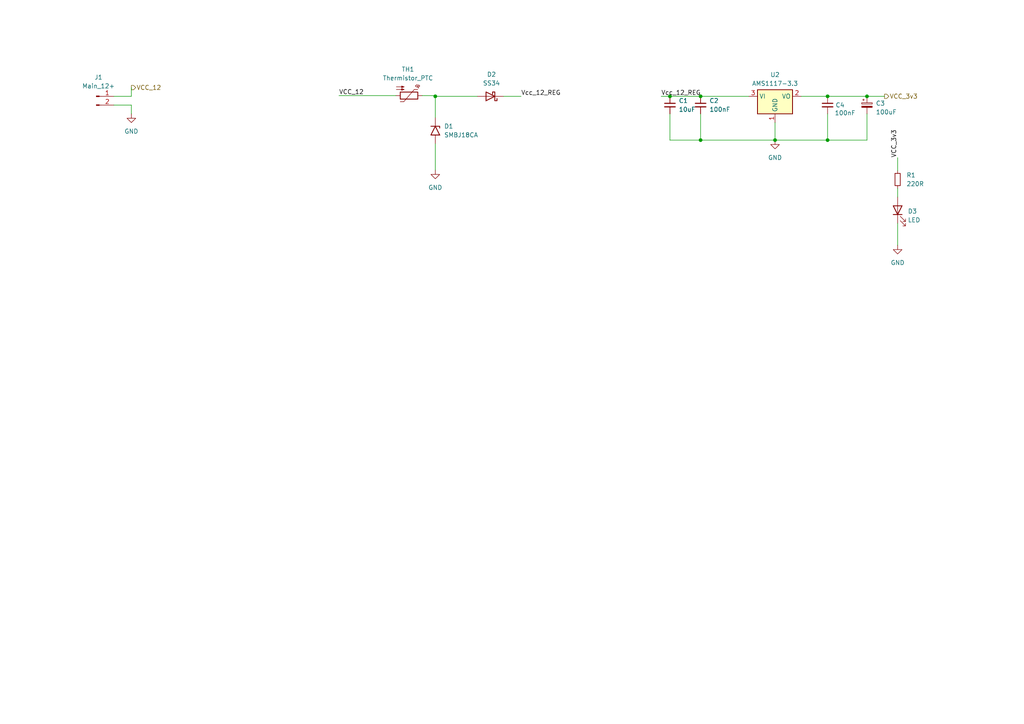
<source format=kicad_sch>
(kicad_sch (version 20231120) (generator "eeschema") (generator_version "8.0")
  (paper "A4")
  (title_block (title "Nur-Al-Nujoom") (date "2024-10-31") (rev "Rev 1.0"))
  (lib_symbols
    (symbol "Connector:Conn_01x02_Pin" (pin_names (offset 1.016) hide)
      (property "Reference" "J" (at 0 2.54 0))
      (property "Value" "Conn_01x02_Pin" (at 0 -5.08 0))
      (symbol "Conn_01x02_Pin_1_1"
        (polyline (pts (xy 1.27 -2.54) (xy 0.8636 -2.54)) (stroke (width 0.1524)))
        (polyline (pts (xy 1.27 0) (xy 0.8636 0)) (stroke (width 0.1524)))
        (rectangle (start 0.8636 -2.413) (end 0 -2.667) (stroke (width 0.1524)) (fill (type outline)))
        (rectangle (start 0.8636 0.127) (end 0 -0.127) (stroke (width 0.1524)) (fill (type outline)))
        (pin passive line (at 5.08 0 180) (length 3.81) (name "Pin_1") (number "1"))
        (pin passive line (at 5.08 -2.54 180) (length 3.81) (name "Pin_2") (number "2"))
      )
    )
    (symbol "Device:C_Polarized_Small" (pin_numbers hide) (pin_names (offset 0.254) hide)
      (property "Reference" "C" (at 0.254 1.778 0))
      (property "Value" "C_Polarized_Small" (at 0.254 -2.032 0))
      (symbol "C_Polarized_Small_0_1"
        (rectangle (start -1.524 -0.3048) (end 1.524 -0.6858) (fill (type outline)))
        (rectangle (start -1.524 0.6858) (end 1.524 0.3048))
        (polyline (pts (xy -1.27 1.524) (xy -0.762 1.524)))
        (polyline (pts (xy -1.016 1.27) (xy -1.016 1.778)))
      )
      (symbol "C_Polarized_Small_1_1"
        (pin passive line (at 0 2.54 270) (length 1.8542) (name "~") (number "1"))
        (pin passive line (at 0 -2.54 90) (length 1.8542) (name "~") (number "2"))
      )
    )
    (symbol "Device:C_Small" (pin_numbers hide) (pin_names (offset 0.254) hide)
      (property "Reference" "C" (at 0.254 1.778 0))
      (property "Value" "C_Small" (at 0.254 -2.032 0))
      (symbol "C_Small_0_1"
        (polyline (pts (xy -1.524 -0.508) (xy 1.524 -0.508)) (stroke (width 0.3302)))
        (polyline (pts (xy -1.524 0.508) (xy 1.524 0.508)) (stroke (width 0.3048)))
      )
      (symbol "C_Small_1_1"
        (pin passive line (at 0 2.54 270) (length 2.032) (name "~") (number "1"))
        (pin passive line (at 0 -2.54 90) (length 2.032) (name "~") (number "2"))
      )
    )
    (symbol "Device:LED" (pin_numbers hide) (pin_names (offset 1.016) hide)
      (property "Reference" "D" (at 0 2.54 0))
      (property "Value" "LED" (at 0 -2.54 0))
      (symbol "LED_0_1"
        (polyline (pts (xy -1.27 -1.27) (xy -1.27 1.27)) (stroke (width 0.254)))
        (polyline (pts (xy -1.27 0) (xy 1.27 0)))
        (polyline (pts (xy 1.27 -1.27) (xy 1.27 1.27) (xy -1.27 0) (xy 1.27 -1.27)) (stroke (width 0.254)))
        (polyline (pts (xy -3.048 -0.762) (xy -4.572 -2.286) (xy -3.81 -2.286) (xy -4.572 -2.286) (xy -4.572 -1.524)))
        (polyline (pts (xy -1.778 -0.762) (xy -3.302 -2.286) (xy -2.54 -2.286) (xy -3.302 -2.286) (xy -3.302 -1.524)))
      )
      (symbol "LED_1_1"
        (pin passive line (at -3.81 0 0) (length 2.54) (name "K") (number "1"))
        (pin passive line (at 3.81 0 180) (length 2.54) (name "A") (number "2"))
      )
    )
    (symbol "Device:R_Small" (pin_numbers hide) (pin_names (offset 0.254) hide)
      (property "Reference" "R" (at 0.762 0.508 0))
      (property "Value" "R_Small" (at 0.762 -1.016 0))
      (symbol "R_Small_0_1"
        (rectangle (start -0.762 1.778) (end 0.762 -1.778) (stroke (width 0.2032)))
      )
      (symbol "R_Small_1_1"
        (pin passive line (at 0 2.54 270) (length 0.762) (name "~") (number "1"))
        (pin passive line (at 0 -2.54 90) (length 0.762) (name "~") (number "2"))
      )
    )
    (symbol "Device:Thermistor_PTC" (pin_numbers hide) (pin_names (offset 0))
      (property "Reference" "TH" (at -4.064 0 90))
      (property "Value" "Thermistor_PTC" (at 3.048 0 90))
      (symbol "Thermistor_PTC_0_1"
        (arc (start -3.048 2.159) (mid -3.0495 2.3143) (end -3.175 2.413))
        (arc (start -3.048 2.159) (mid -2.9736 1.9794) (end -2.794 1.905))
        (arc (start -3.048 2.794) (mid -2.9736 2.6144) (end -2.794 2.54))
        (arc (start -2.794 1.905) (mid -2.6144 1.9794) (end -2.54 2.159))
        (arc (start -2.794 2.54) (mid -2.4393 2.5587) (end -2.159 2.794))
        (arc (start -2.794 3.048) (mid -2.9736 2.9736) (end -3.048 2.794))
        (arc (start -2.54 2.794) (mid -2.6144 2.9736) (end -2.794 3.048))
        (rectangle (start -1.016 2.54) (end 1.016 -2.54) (stroke (width 0.254)))
        (polyline (pts (xy -2.54 2.159) (xy -2.54 2.794)))
        (polyline (pts (xy -1.778 2.54) (xy -1.778 1.524) (xy 1.778 -1.524) (xy 1.778 -2.54)))
        (polyline (pts (xy -2.54 -3.683) (xy -2.54 -1.397) (xy -2.794 -2.159) (xy -2.286 -2.159) (xy -2.54 -1.397) (xy -2.54 -1.651)) (fill (type outline)))
        (polyline (pts (xy -1.778 -3.683) (xy -1.778 -1.397) (xy -2.032 -2.159) (xy -1.524 -2.159) (xy -1.778 -1.397) (xy -1.778 -1.651)) (fill (type outline)))
      )
      (symbol "Thermistor_PTC_1_1"
        (pin passive line (at 0 3.81 270) (length 1.27) (name "~") (number "1"))
        (pin passive line (at 0 -3.81 90) (length 1.27) (name "~") (number "2"))
      )
    )
    (symbol "Diode:SM6T18A" (pin_numbers hide) (pin_names (offset 1.016) hide)
      (property "Reference" "D" (at 0 2.54 0))
      (property "Value" "SM6T18A" (at 0 -2.54 0))
      (symbol "SM6T18A_0_1"
        (polyline (pts (xy -0.762 1.27) (xy -1.27 1.27) (xy -1.27 -1.27)) (stroke (width 0.254)))
        (polyline (pts (xy 1.27 1.27) (xy 1.27 -1.27) (xy -1.27 0) (xy 1.27 1.27)) (stroke (width 0.254)))
      )
      (symbol "SM6T18A_1_1"
        (pin passive line (at -3.81 0 0) (length 2.54) (name "A1") (number "1"))
        (pin passive line (at 3.81 0 180) (length 2.54) (name "A2") (number "2"))
      )
    )
    (symbol "Diode:SS34" (pin_numbers hide) (pin_names (offset 1.016) hide)
      (property "Reference" "D" (at 0 2.54 0))
      (property "Value" "SS34" (at 0 -2.54 0))
      (symbol "SS34_0_1"
        (polyline (pts (xy 1.27 0) (xy -1.27 0)))
        (polyline (pts (xy 1.27 1.27) (xy 1.27 -1.27) (xy -1.27 0) (xy 1.27 1.27)) (stroke (width 0.254)))
        (polyline (pts (xy -1.905 0.635) (xy -1.905 1.27) (xy -1.27 1.27) (xy -1.27 -1.27) (xy -0.635 -1.27) (xy -0.635 -0.635)) (stroke (width 0.254)))
      )
      (symbol "SS34_1_1"
        (pin passive line (at -3.81 0 0) (length 2.54) (name "K") (number "1"))
        (pin passive line (at 3.81 0 180) (length 2.54) (name "A") (number "2"))
      )
    )
    (symbol "Regulator_Linear:AMS1117-3.3"
      (property "Reference" "U" (at -3.81 3.175 0))
      (property "Value" "AMS1117-3.3" (at 0 3.175 0))
      (symbol "AMS1117-3.3_0_1"
        (rectangle (start -5.08 -5.08) (end 5.08 1.905) (stroke (width 0.254)) (fill (type background)))
      )
      (symbol "AMS1117-3.3_1_1"
        (pin power_in line (at 0 -7.62 90) (length 2.54) (name "GND") (number "1"))
        (pin power_out line (at 7.62 0 180) (length 2.54) (name "VO") (number "2"))
        (pin power_in line (at -7.62 0 0) (length 2.54) (name "VI") (number "3"))
      )
    )
    (symbol "power:GND" (power) (pin_numbers hide) (pin_names (offset 0) hide)
      (property "Value" "GND" (at 0 -3.81 0))
      (symbol "GND_0_1"
        (polyline (pts (xy 0 0) (xy 0 -1.27) (xy 1.27 -1.27) (xy 0 -2.54) (xy -1.27 -1.27) (xy 0 -1.27)))
      )
      (symbol "GND_1_1"
        (pin power_in line (at 0 0 270) (length 0) (name "~") (number "1"))
      )
    )
  )
  (junction (at 251.46 27.94))
  (junction (at 224.79 40.64))
  (junction (at 194.31 27.94))
  (junction (at 126.2544 27.94))
  (junction (at 203.2 27.94))
  (junction (at 203.2 40.64))
  (junction (at 240.03 27.94))
  (junction (at 240.03 40.64))
  (wire (pts (xy 98.3144 27.7293) (xy 114.8244 27.7293)))
  (wire (pts (xy 146.05 27.94) (xy 151.13 27.94)))
  (wire (pts (xy 33.02 27.94) (xy 38.1 27.94)))
  (wire (pts (xy 224.79 35.56) (xy 224.79 40.64)))
  (wire (pts (xy 38.1 25.4) (xy 38.1 27.94)))
  (wire (pts (xy 126.2544 41.6993) (xy 126.2544 49.3193)))
  (wire (pts (xy 203.2 27.94) (xy 217.17 27.94)))
  (wire (pts (xy 194.31 33.02) (xy 194.31 40.64)))
  (wire (pts (xy 232.41 27.94) (xy 240.03 27.94)))
  (wire (pts (xy 191.77 27.94) (xy 194.31 27.94)))
  (wire (pts (xy 260.35 64.77) (xy 260.35 71.12)))
  (wire (pts (xy 203.2 33.02) (xy 203.2 40.64)))
  (wire (pts (xy 260.35 45.72) (xy 260.35 49.53)))
  (wire (pts (xy 240.03 40.64) (xy 224.79 40.64)))
  (wire (pts (xy 33.02 30.48) (xy 38.1 30.48)))
  (wire (pts (xy 38.1 30.48) (xy 38.1 33.02)))
  (wire (pts (xy 194.31 40.64) (xy 203.2 40.64)))
  (wire (pts (xy 251.46 27.94) (xy 256.54 27.94)))
  (wire (pts (xy 260.35 54.61) (xy 260.35 57.15)))
  (wire (pts (xy 251.46 40.64) (xy 240.03 40.64)))
  (wire (pts (xy 126.2544 27.94) (xy 126.2544 27.7293)))
  (wire (pts (xy 251.46 33.02) (xy 251.46 40.64)))
  (wire (pts (xy 194.31 27.94) (xy 203.2 27.94)))
  (wire (pts (xy 122.4444 27.7293) (xy 126.2544 27.7293)))
  (wire (pts (xy 240.03 27.94) (xy 251.46 27.94)))
  (wire (pts (xy 126.2544 27.94) (xy 126.2544 34.0793)))
  (wire (pts (xy 203.2 40.64) (xy 224.79 40.64)))
  (wire (pts (xy 126.2544 27.94) (xy 138.43 27.94)))
  (wire (pts (xy 240.03 33.02) (xy 240.03 40.64)))
  (label "VCC_3v3" (at 260.35 45.72 90))
  (label "Vcc_12_REG" (at 151.13 27.94 0))
  (label "VCC_12" (at 98.3144 27.7293 0))
  (label "Vcc_12_REG" (at 191.77 27.94 0))
  (hierarchical_label "VCC_12" (shape output) (at 38.1 25.4 0))
  (hierarchical_label "VCC_3v3" (shape output) (at 256.54 27.94 0))
  (symbol (lib_id "Device:R_Small") (at 260.35 52.07 0) (unit 1)
    (property "Reference" "R1" (at 262.89 50.7999 0) (effects (justify left)))
    (property "Value" "220R" (at 262.89 53.3399 0) (effects (justify left)))
    (property "Description" "Resistor, small symbol" (effects (hide yes)))
  )
  (symbol (lib_id "Device:C_Small") (at 203.2 30.48 0) (unit 1)
    (property "Reference" "C2" (at 205.74 29.2162 0) (effects (justify left)))
    (property "Value" "100nF" (at 205.74 31.7562 0) (effects (justify left)))
    (property "Description" "Unpolarized capacitor, small symbol" (effects (hide yes)))
  )
  (symbol (lib_id "Connector:Conn_01x02_Pin") (at 27.94 27.94 0) (unit 1)
    (property "Reference" "J1" (at 28.575 22.4262 0))
    (property "Value" "Main_12+" (at 28.575 24.9662 0))
    (property "Description" "Generic connector, single row, 01x02, script generated" (effects (hide yes)))
  )
  (symbol (lib_id "Device:C_Small") (at 194.31 30.48 0) (unit 1)
    (property "Reference" "C1" (at 196.85 29.2162 0) (effects (justify left)))
    (property "Value" "10uF" (at 196.85 31.7562 0) (effects (justify left)))
    (property "Description" "Unpolarized capacitor, small symbol" (effects (hide yes)))
  )
  (symbol (lib_id "Device:C_Polarized_Small") (at 251.46 30.48 0) (unit 1)
    (property "Reference" "C3" (at 254 29.972 0) (effects (justify left)))
    (property "Value" "100uF" (at 254 32.512 0) (effects (justify left)))
    (property "Description" "Polarized capacitor, small symbol" (effects (hide yes)))
  )
  (symbol (lib_id "power:GND") (at 38.1 33.02 0) (unit 1)
    (property "Reference" "#PWR01" (effects (hide yes)))
    (property "Value" "GND" (at 38.1 38.1 0))
    (property "Description" "Power symbol creates a global label with name \"GND\" , ground" (effects (hide yes)))
  )
  (symbol (lib_id "power:GND") (at 260.35 71.12 0) (unit 1)
    (property "Reference" "#PWR04" (effects (hide yes)))
    (property "Value" "GND" (at 260.35 76.2 0))
    (property "Description" "Power symbol creates a global label with name \"GND\" , ground" (effects (hide yes)))
  )
  (symbol (lib_id "Regulator_Linear:AMS1117-3.3") (at 224.79 27.94 0) (unit 1)
    (property "Reference" "U2" (at 224.79 21.6796 0))
    (property "Value" "AMS1117-3.3" (at 224.79 24.2196 0))
    (property "Footprint" "Package_TO_SOT_SMD:SOT-223-3_TabPin2" (effects (hide yes)))
    (property "Datasheet" "http://www.advanced-monolithic.com/pdf/ds1117.pdf" (effects (hide yes)))
    (property "Description" "1A Low Dropout regulator, positive, 3.3V fixed output, SOT-223" (effects (hide yes)))
  )
  (symbol (lib_id "Device:C_Small") (at 240.03 30.48 0) (unit 1)
    (property "Reference" "C4" (at 242.316 30.48 0) (effects (justify left)))
    (property "Value" "100nF" (at 242.062 32.766 0) (effects (justify left)))
    (property "Description" "Unpolarized capacitor, small symbol" (effects (hide yes)))
  )
  (symbol (lib_id "power:GND") (at 126.2544 49.3193 0) (unit 1)
    (property "Reference" "#PWR02" (effects (hide yes)))
    (property "Value" "GND" (at 126.2544 54.3993 0))
    (property "Description" "Power symbol creates a global label with name \"GND\" , ground" (effects (hide yes)))
  )
  (symbol (lib_id "Diode:SS34") (at 142.24 27.94 180) (unit 1)
    (property "Reference" "D2" (at 142.5575 21.59 0))
    (property "Value" "SS34" (at 142.5575 24.13 0))
    (property "Footprint" "Diode_SMD:D_SMA" (effects (hide yes)))
    (property "Datasheet" "https://www.vishay.com/docs/88751/ss32.pdf" (effects (hide yes)))
    (property "Description" "40V 3A Schottky Diode, SMA" (effects (hide yes)))
  )
  (symbol (lib_id "Device:Thermistor_PTC") (at 118.6344 27.7293 270) (unit 1)
    (property "Reference" "TH1" (at 118.3169 20.1093 90))
    (property "Value" "Thermistor_PTC" (at 118.3169 22.6493 90))
    (property "Description" "Temperature dependent resistor, positive temperature coefficient" (effects (hide yes)))
  )
  (symbol (lib_id "Device:LED") (at 260.35 60.96 90) (unit 1)
    (property "Reference" "D3" (at 263.2849 61.2774 90) (effects (justify right)))
    (property "Value" "LED" (at 263.2849 63.8174 90) (effects (justify right)))
    (property "Description" "Light emitting diode" (effects (hide yes)))
  )
  (symbol (lib_id "Diode:SM6T18A") (at 126.2544 37.8893 270) (unit 1)
    (property "Reference" "D1" (at 128.7944 36.6192 90) (effects (justify left)))
    (property "Value" "SMBJ18CA" (at 128.7944 39.1592 90) (effects (justify left)))
    (property "Footprint" "Diode_SMD:D_SMB" (effects (hide yes)))
    (property "Datasheet" "https://www.st.com/resource/en/datasheet/sm6t.pdf" (effects (hide yes)))
    (property "Description" "600W unidirectional Transil Transient Voltage Suppressor, 18Vrwm, DO-214AA" (effects (hide yes)))
    (property "mpn" "SMBJ18CA" (effects (hide yes)))
  )
  (symbol (lib_id "power:GND") (at 224.79 40.64 0) (unit 1)
    (property "Reference" "#PWR03" (effects (hide yes)))
    (property "Value" "GND" (at 224.79 45.72 0))
    (property "Description" "Power symbol creates a global label with name \"GND\" , ground" (effects (hide yes)))
  )
)
</source>
